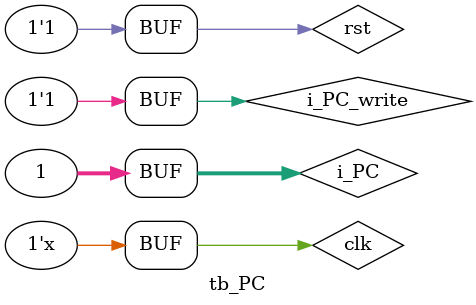
<source format=v>
`timescale 1ns / 1ps


module tb_PC();
   reg clk;
   reg rst;
   reg i_PC_write;
   reg [31:0] i_PC;
   wire [31:0] o_PC;


   initial begin

        clk = 0;
        rst = 0;
        i_PC_write = 0;
        i_PC = 0;
        #10
        rst = 1;
        
        #10
        i_PC_write = 1;
        i_PC = 1;

        #10
        i_PC = 2;

        #10
        i_PC_write = 0;
        i_PC = 3;

        #10
        i_PC = 100;

        #10
        i_PC = 1;        
        #2
        i_PC_write = 1;
    end

    always #1 clk = ~clk;

    PC u_PC(
        .clk(clk),
        .rst(rst),
        .i_PC_write(i_PC_write),
        .i_PC(i_PC),
        .o_PC(o_PC));
    endmodule

</source>
